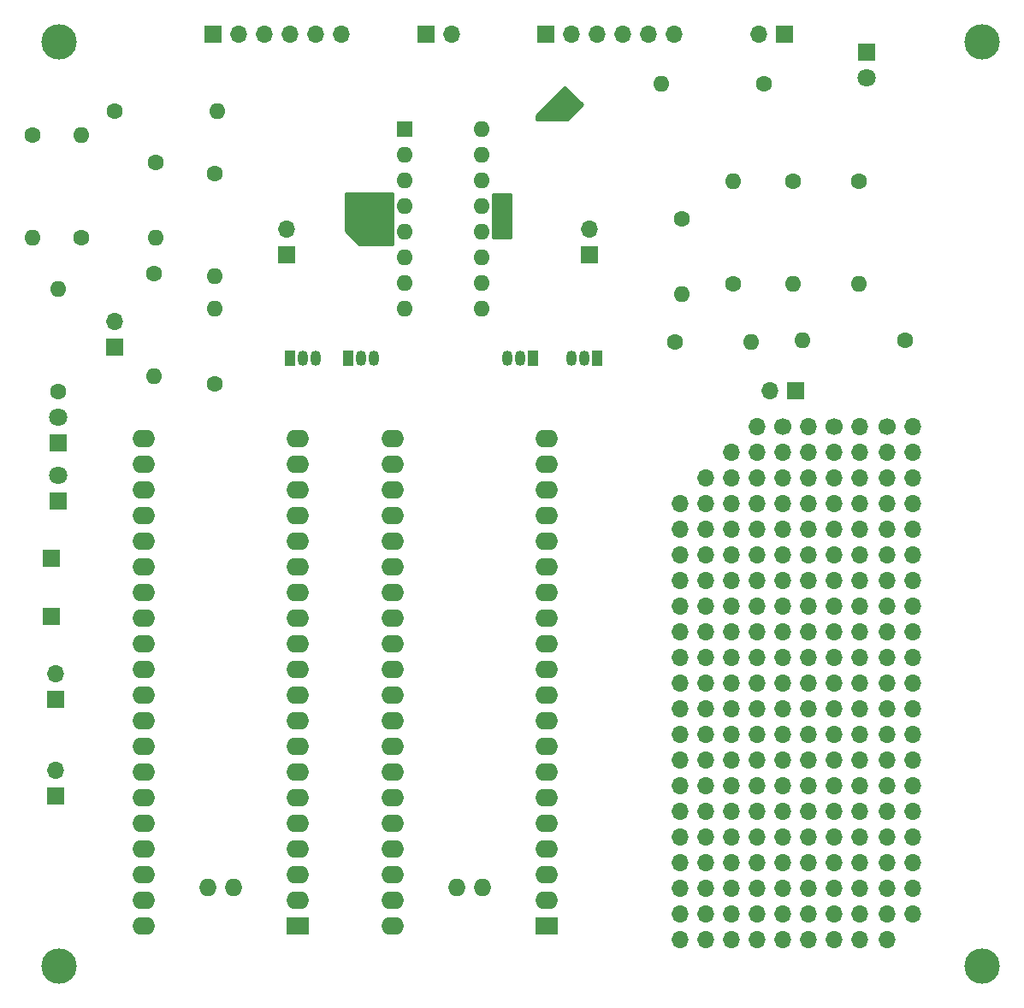
<source format=gbs>
G04 #@! TF.FileFunction,Soldermask,Bot*
%FSLAX46Y46*%
G04 Gerber Fmt 4.6, Leading zero omitted, Abs format (unit mm)*
G04 Created by KiCad (PCBNEW 4.0.2-stable) date 12/13/2018 9:00:57 AM*
%MOMM*%
G01*
G04 APERTURE LIST*
%ADD10C,0.100000*%
%ADD11R,1.700000X1.700000*%
%ADD12O,1.700000X1.700000*%
%ADD13C,1.700000*%
%ADD14C,3.500000*%
%ADD15C,1.600000*%
%ADD16O,1.600000X1.600000*%
%ADD17R,1.800000X1.800000*%
%ADD18C,1.800000*%
%ADD19R,1.600000X1.600000*%
%ADD20O,1.050000X1.500000*%
%ADD21R,1.050000X1.500000*%
%ADD22R,2.250000X1.727200*%
%ADD23O,2.250000X1.727200*%
%ADD24O,1.727200X1.727200*%
%ADD25C,0.254000*%
%ADD26C,0.250000*%
G04 APERTURE END LIST*
D10*
D11*
X108966000Y-63246000D03*
D12*
X108966000Y-60706000D03*
D11*
X134620000Y-41402000D03*
D12*
X137160000Y-41402000D03*
X139700000Y-41402000D03*
X142240000Y-41402000D03*
X144780000Y-41402000D03*
X147320000Y-41402000D03*
X150495000Y-85344000D03*
X147955000Y-87884000D03*
X150495000Y-87884000D03*
X147955000Y-90424000D03*
X150495000Y-90424000D03*
X147955000Y-92964000D03*
X150495000Y-92964000D03*
X147955000Y-95504000D03*
X150495000Y-95504000D03*
X147955000Y-98044000D03*
X150495000Y-98044000D03*
X147955000Y-100584000D03*
X150495000Y-100584000D03*
X147955000Y-103124000D03*
X150495000Y-103124000D03*
X147955000Y-105664000D03*
X150495000Y-105664000D03*
X147955000Y-108204000D03*
X150495000Y-108204000D03*
X147955000Y-110744000D03*
X150495000Y-110744000D03*
X147955000Y-113284000D03*
X150495000Y-113284000D03*
X147955000Y-115824000D03*
X150495000Y-115824000D03*
X147955000Y-118364000D03*
X150495000Y-118364000D03*
X147955000Y-120904000D03*
X150495000Y-120904000D03*
X147955000Y-123444000D03*
X150495000Y-123444000D03*
X147955000Y-125984000D03*
X150495000Y-125984000D03*
X147955000Y-128524000D03*
X150495000Y-128524000D03*
X147955000Y-131064000D03*
X150495000Y-131064000D03*
D13*
X168402000Y-80264000D03*
D12*
X170942000Y-80264000D03*
X168402000Y-82804000D03*
X170942000Y-82804000D03*
X168402000Y-85344000D03*
X170942000Y-85344000D03*
X168402000Y-87884000D03*
X170942000Y-87884000D03*
X168402000Y-90424000D03*
X170942000Y-90424000D03*
X168402000Y-92964000D03*
X170942000Y-92964000D03*
X168402000Y-95504000D03*
X170942000Y-95504000D03*
X168402000Y-98044000D03*
X170942000Y-98044000D03*
X168402000Y-100584000D03*
X170942000Y-100584000D03*
X168402000Y-103124000D03*
X170942000Y-103124000D03*
X168402000Y-105664000D03*
X170942000Y-105664000D03*
X168402000Y-108204000D03*
X170942000Y-108204000D03*
X168402000Y-110744000D03*
X170942000Y-110744000D03*
X168402000Y-113284000D03*
X170942000Y-113284000D03*
X168402000Y-115824000D03*
X170942000Y-115824000D03*
X168402000Y-118364000D03*
X170942000Y-118364000D03*
X168402000Y-120904000D03*
X170942000Y-120904000D03*
X168402000Y-123444000D03*
X170942000Y-123444000D03*
X168402000Y-125984000D03*
X170942000Y-125984000D03*
X168402000Y-128524000D03*
X170942000Y-128524000D03*
X168402000Y-131064000D03*
X155575000Y-80264000D03*
X153035000Y-82804000D03*
X155575000Y-82804000D03*
X153035000Y-85344000D03*
X155575000Y-85344000D03*
X153035000Y-87884000D03*
X155575000Y-87884000D03*
X153035000Y-90424000D03*
X155575000Y-90424000D03*
X153035000Y-92964000D03*
X155575000Y-92964000D03*
X153035000Y-95504000D03*
X155575000Y-95504000D03*
X153035000Y-98044000D03*
X155575000Y-98044000D03*
X153035000Y-100584000D03*
X155575000Y-100584000D03*
X153035000Y-103124000D03*
X155575000Y-103124000D03*
X153035000Y-105664000D03*
X155575000Y-105664000D03*
X153035000Y-108204000D03*
X155575000Y-108204000D03*
X153035000Y-110744000D03*
X155575000Y-110744000D03*
X153035000Y-113284000D03*
X155575000Y-113284000D03*
X153035000Y-115824000D03*
X155575000Y-115824000D03*
X153035000Y-118364000D03*
X155575000Y-118364000D03*
X153035000Y-120904000D03*
X155575000Y-120904000D03*
X153035000Y-123444000D03*
X155575000Y-123444000D03*
X153035000Y-125984000D03*
X155575000Y-125984000D03*
X153035000Y-128524000D03*
X155575000Y-128524000D03*
X153035000Y-131064000D03*
X155575000Y-131064000D03*
D13*
X163195000Y-80264000D03*
D12*
X165735000Y-80264000D03*
X163195000Y-82804000D03*
X165735000Y-82804000D03*
X163195000Y-85344000D03*
X165735000Y-85344000D03*
X163195000Y-87884000D03*
X165735000Y-87884000D03*
X163195000Y-90424000D03*
X165735000Y-90424000D03*
X163195000Y-92964000D03*
X165735000Y-92964000D03*
X163195000Y-95504000D03*
X165735000Y-95504000D03*
X163195000Y-98044000D03*
X165735000Y-98044000D03*
X163195000Y-100584000D03*
X165735000Y-100584000D03*
X163195000Y-103124000D03*
X165735000Y-103124000D03*
X163195000Y-105664000D03*
X165735000Y-105664000D03*
X163195000Y-108204000D03*
X165735000Y-108204000D03*
X163195000Y-110744000D03*
X165735000Y-110744000D03*
X163195000Y-113284000D03*
X165735000Y-113284000D03*
X163195000Y-115824000D03*
X165735000Y-115824000D03*
X163195000Y-118364000D03*
X165735000Y-118364000D03*
X163195000Y-120904000D03*
X165735000Y-120904000D03*
X163195000Y-123444000D03*
X165735000Y-123444000D03*
X163195000Y-125984000D03*
X165735000Y-125984000D03*
X163195000Y-128524000D03*
X165735000Y-128524000D03*
X163195000Y-131064000D03*
X165735000Y-131064000D03*
D13*
X158115000Y-80264000D03*
D12*
X160655000Y-80264000D03*
X158115000Y-82804000D03*
X160655000Y-82804000D03*
X158115000Y-85344000D03*
X160655000Y-85344000D03*
X158115000Y-87884000D03*
X160655000Y-87884000D03*
X158115000Y-90424000D03*
X160655000Y-90424000D03*
X158115000Y-92964000D03*
X160655000Y-92964000D03*
X158115000Y-95504000D03*
X160655000Y-95504000D03*
X158115000Y-98044000D03*
X160655000Y-98044000D03*
X158115000Y-100584000D03*
X160655000Y-100584000D03*
X158115000Y-103124000D03*
X160655000Y-103124000D03*
X158115000Y-105664000D03*
X160655000Y-105664000D03*
X158115000Y-108204000D03*
X160655000Y-108204000D03*
X158115000Y-110744000D03*
X160655000Y-110744000D03*
X158115000Y-113284000D03*
X160655000Y-113284000D03*
X158115000Y-115824000D03*
X160655000Y-115824000D03*
X158115000Y-118364000D03*
X160655000Y-118364000D03*
X158115000Y-120904000D03*
X160655000Y-120904000D03*
X158115000Y-123444000D03*
X160655000Y-123444000D03*
X158115000Y-125984000D03*
X160655000Y-125984000D03*
X158115000Y-128524000D03*
X160655000Y-128524000D03*
X158115000Y-131064000D03*
X160655000Y-131064000D03*
D11*
X101727000Y-41402000D03*
D12*
X104267000Y-41402000D03*
X106807000Y-41402000D03*
X109347000Y-41402000D03*
X111887000Y-41402000D03*
X114427000Y-41402000D03*
D14*
X86487000Y-42164000D03*
X177800000Y-42164000D03*
X177800000Y-133731000D03*
D15*
X148082000Y-59690000D03*
D16*
X148082000Y-67190000D03*
D15*
X147447000Y-71882000D03*
D16*
X154947000Y-71882000D03*
D15*
X96012000Y-54102000D03*
D16*
X96012000Y-61602000D03*
D15*
X101854000Y-76073000D03*
D16*
X101854000Y-68573000D03*
D17*
X166370000Y-43180000D03*
D18*
X166370000Y-45720000D03*
D17*
X86360000Y-87630000D03*
D18*
X86360000Y-85090000D03*
D17*
X86360000Y-81915000D03*
D18*
X86360000Y-79375000D03*
D19*
X120650000Y-50800000D03*
D16*
X128270000Y-68580000D03*
X120650000Y-53340000D03*
X128270000Y-66040000D03*
X120650000Y-55880000D03*
X128270000Y-63500000D03*
X120650000Y-58420000D03*
X128270000Y-60960000D03*
X120650000Y-60960000D03*
X128270000Y-58420000D03*
X120650000Y-63500000D03*
X128270000Y-55880000D03*
X120650000Y-66040000D03*
X128270000Y-53340000D03*
X120650000Y-68580000D03*
X128270000Y-50800000D03*
D11*
X85725000Y-99060000D03*
X86106000Y-116840000D03*
D12*
X86106000Y-114300000D03*
D11*
X122809000Y-41402000D03*
D12*
X125349000Y-41402000D03*
D11*
X158242000Y-41402000D03*
D12*
X155702000Y-41402000D03*
D11*
X85725000Y-93345000D03*
X86106000Y-107315000D03*
D12*
X86106000Y-104775000D03*
D20*
X132080000Y-73533000D03*
X130810000Y-73533000D03*
D21*
X133350000Y-73533000D03*
D20*
X138430000Y-73533000D03*
X137160000Y-73533000D03*
D21*
X139700000Y-73533000D03*
D20*
X116332000Y-73533000D03*
X117602000Y-73533000D03*
D21*
X115062000Y-73533000D03*
D20*
X110617000Y-73533000D03*
X111887000Y-73533000D03*
D21*
X109347000Y-73533000D03*
D15*
X156210000Y-46355000D03*
D16*
X146050000Y-46355000D03*
D15*
X159131000Y-56007000D03*
D16*
X159131000Y-66167000D03*
D15*
X165608000Y-56007000D03*
D16*
X165608000Y-66167000D03*
D15*
X153162000Y-66167000D03*
D16*
X153162000Y-56007000D03*
D15*
X170180000Y-71755000D03*
D16*
X160020000Y-71755000D03*
D15*
X83820000Y-51435000D03*
D16*
X83820000Y-61595000D03*
D15*
X91948000Y-49022000D03*
D16*
X102108000Y-49022000D03*
D15*
X101854000Y-55245000D03*
D16*
X101854000Y-65405000D03*
D15*
X88646000Y-61595000D03*
D16*
X88646000Y-51435000D03*
D15*
X95885000Y-65151000D03*
D16*
X95885000Y-75311000D03*
D15*
X86360000Y-76835000D03*
D16*
X86360000Y-66675000D03*
D22*
X110109000Y-129717800D03*
D23*
X110109000Y-127177800D03*
X110109000Y-124637800D03*
X110109000Y-122097800D03*
X110109000Y-119557800D03*
X110109000Y-117017800D03*
X110109000Y-114477800D03*
X110109000Y-111937800D03*
X110109000Y-109397800D03*
X110109000Y-106857800D03*
X110109000Y-104317800D03*
X110109000Y-101777800D03*
X110109000Y-99237800D03*
X110109000Y-96697800D03*
X110109000Y-94157800D03*
X110109000Y-91617800D03*
X110109000Y-89077800D03*
X110109000Y-86537800D03*
X110109000Y-83997800D03*
X110109000Y-81457800D03*
X94869000Y-81457800D03*
X94869000Y-83997800D03*
X94869000Y-86537800D03*
X94869000Y-89077800D03*
X94869000Y-91617800D03*
X94869000Y-94157800D03*
X94869000Y-96697800D03*
X94869000Y-99237800D03*
X94869000Y-101777800D03*
X94869000Y-104317800D03*
X94869000Y-106857800D03*
X94869000Y-109397800D03*
X94869000Y-111937800D03*
X94869000Y-114477800D03*
X94869000Y-117017800D03*
X94869000Y-119557800D03*
X94869000Y-122097800D03*
X94869000Y-124637800D03*
X94869000Y-127177800D03*
X94869000Y-129768600D03*
D24*
X101209000Y-125907800D03*
X103749000Y-125907800D03*
D22*
X134747000Y-129717800D03*
D23*
X134747000Y-127177800D03*
X134747000Y-124637800D03*
X134747000Y-122097800D03*
X134747000Y-119557800D03*
X134747000Y-117017800D03*
X134747000Y-114477800D03*
X134747000Y-111937800D03*
X134747000Y-109397800D03*
X134747000Y-106857800D03*
X134747000Y-104317800D03*
X134747000Y-101777800D03*
X134747000Y-99237800D03*
X134747000Y-96697800D03*
X134747000Y-94157800D03*
X134747000Y-91617800D03*
X134747000Y-89077800D03*
X134747000Y-86537800D03*
X134747000Y-83997800D03*
X134747000Y-81457800D03*
X119507000Y-81457800D03*
X119507000Y-83997800D03*
X119507000Y-86537800D03*
X119507000Y-89077800D03*
X119507000Y-91617800D03*
X119507000Y-94157800D03*
X119507000Y-96697800D03*
X119507000Y-99237800D03*
X119507000Y-101777800D03*
X119507000Y-104317800D03*
X119507000Y-106857800D03*
X119507000Y-109397800D03*
X119507000Y-111937800D03*
X119507000Y-114477800D03*
X119507000Y-117017800D03*
X119507000Y-119557800D03*
X119507000Y-122097800D03*
X119507000Y-124637800D03*
X119507000Y-127177800D03*
X119507000Y-129768600D03*
D24*
X125847000Y-125907800D03*
X128387000Y-125907800D03*
D14*
X86487000Y-133731000D03*
D11*
X138938000Y-63246000D03*
D12*
X138938000Y-60706000D03*
D11*
X159385000Y-76708000D03*
D12*
X156845000Y-76708000D03*
D11*
X91948000Y-72390000D03*
D12*
X91948000Y-69850000D03*
D25*
G36*
X119507000Y-62230000D02*
X116130606Y-62230000D01*
X114808000Y-60907394D01*
X114808000Y-57150000D01*
X119507000Y-57150000D01*
X119507000Y-62230000D01*
X119507000Y-62230000D01*
G37*
X119507000Y-62230000D02*
X116130606Y-62230000D01*
X114808000Y-60907394D01*
X114808000Y-57150000D01*
X119507000Y-57150000D01*
X119507000Y-62230000D01*
G36*
X131191000Y-61595000D02*
X129413000Y-61595000D01*
X129413000Y-57277000D01*
X131191000Y-57277000D01*
X131191000Y-61595000D01*
X131191000Y-61595000D01*
G37*
X131191000Y-61595000D02*
X129413000Y-61595000D01*
X129413000Y-57277000D01*
X131191000Y-57277000D01*
X131191000Y-61595000D01*
D26*
G36*
X138253224Y-48387000D02*
X136727224Y-49913000D01*
X133729000Y-49913000D01*
X133729000Y-49454776D01*
X136525000Y-46658776D01*
X138253224Y-48387000D01*
X138253224Y-48387000D01*
G37*
X138253224Y-48387000D02*
X136727224Y-49913000D01*
X133729000Y-49913000D01*
X133729000Y-49454776D01*
X136525000Y-46658776D01*
X138253224Y-48387000D01*
M02*

</source>
